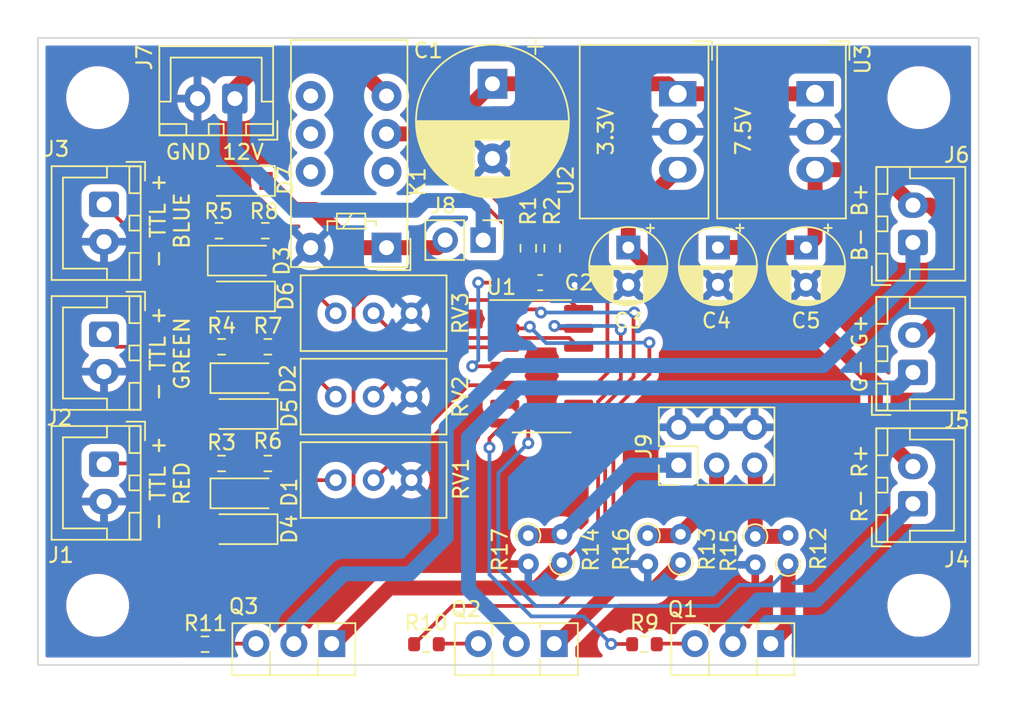
<source format=kicad_pcb>
(kicad_pcb (version 20211014) (generator pcbnew)
  (layers (0 "F.Cu" signal) (31 "B.Cu" signal) (34 "B.Paste" user) (35 "F.Paste" user) (36 "B.SilkS" user "B.Silkscreen") (37 "F.SilkS" user "F.Silkscreen") (38 "B.Mask" user) (39 "F.Mask" user) (44 "Edge.Cuts" user))
  (net 0 "")
  (net 1 "+12V")
  (net 2 "GND")
  (net 3 "+3V3")
  (net 4 "+7.5V")
  (net 5 "Net-(D1-Pad1)")
  (net 6 "Net-(D1-Pad2)")
  (net 7 "Net-(D2-Pad1)")
  (net 8 "Net-(D2-Pad2)")
  (net 9 "Net-(D3-Pad1)")
  (net 10 "Net-(D3-Pad2)")
  (net 11 "Net-(J2-Pad1)")
  (net 12 "Net-(J3-Pad1)")
  (net 13 "Net-(J4-Pad1)")
  (net 14 "Net-(Q1-Pad1)")
  (net 15 "Net-(Q1-Pad3)")
  (net 16 "Net-(Q2-Pad1)")
  (net 17 "Net-(Q2-Pad3)")
  (net 18 "Net-(Q3-Pad1)")
  (net 19 "Net-(Q3-Pad3)")
  (net 20 "Net-(R1-Pad1)")
  (net 21 "Net-(R6-Pad1)")
  (net 22 "Net-(R7-Pad1)")
  (net 23 "Net-(R8-Pad1)")
  (net 24 "Net-(R9-Pad1)")
  (net 25 "Net-(R10-Pad1)")
  (net 26 "Net-(R11-Pad1)")
  (net 27 "Net-(RV1-Pad2)")
  (net 28 "Net-(RV2-Pad2)")
  (net 29 "Net-(RV3-Pad2)")
  (net 30 "Net-(U1-Pad8)")
  (net 31 "Net-(J5-Pad1)")
  (net 32 "Net-(J6-Pad1)")
  (net 33 "Net-(D7-Pad1)")
  (net 34 "Net-(J1-Pad1)")
  (net 39 "Net-(J7-Pad1)")
  (net 40 "Net-(J9-Pad1)")
  (net 41 "Net-(J9-Pad3)")
  (net 42 "Net-(R12-Pad2)")
  (footprint "Resistor_THT:R_Axial_DIN0204_L3.6mm_D1.6mm_P1.90mm_Vertical" (layer "F.Cu") (at 136.6 101 90)
    (fp_text reference "R13" (at 0.905 1.778 90) (layer "F.SilkS"))
    (fp_text value "SHUNT1")
    (pad "1" thru_hole circle locked (at 0 0 90) (size 1.4 1.4) (drill 0.7) (layers *.Cu *.Mask) (net 16 "Net-(Q2-Pad1)"))
    (pad "2" thru_hole oval locked (at 1.9 0 90) (size 1.4 1.4) (drill 0.7) (layers *.Cu *.Mask) (net 41 "Net-(J9-Pad3)"))
  )
  (footprint "Capacitor_THT:CP_Radial_D5.0mm_P2.50mm" (layer "F.Cu") (at 145 79.894888 -90)
    (fp_text reference "C5" (at 4.9 0 180) (layer "F.SilkS"))
    (fp_text value "10u")
    (pad "1" thru_hole rect locked (at 0 0 270) (size 1.6 1.6) (drill 0.8) (layers *.Cu *.Mask) (net 4 "+7.5V"))
    (pad "2" thru_hole circle locked (at 2.5 0 270) (size 1.6 1.6) (drill 0.8) (layers *.Cu *.Mask) (net 2 "GND"))
  )
  (footprint "Resistor_SMD:R_0603_1608Metric" (layer "F.Cu") (at 108.96 94.36 180)
    (fp_text reference "R6" (at 0 1.5) (layer "F.SilkS"))
    (fp_text value "0")
    (pad "1" smd roundrect locked (at -0.825 0 180) (size 0.8 0.95) (layers "F.Cu" "F.Paste" "F.Mask") (net 21 "Net-(R6-Pad1)"))
    (pad "2" smd roundrect locked (at 0.825 0 180) (size 0.8 0.95) (layers "F.Cu" "F.Paste" "F.Mask") (net 6 "Net-(D1-Pad2)"))
  )
  (footprint "Capacitor_THT:CP_Radial_D5.0mm_P2.50mm" (layer "F.Cu") (at 133.1 79.894888 -90)
    (fp_text reference "C3" (at 4.905112 0 180) (layer "F.SilkS"))
    (fp_text value "10u")
    (pad "1" thru_hole rect locked (at 0 0 270) (size 1.6 1.6) (drill 0.8) (layers *.Cu *.Mask) (net 3 "+3V3"))
    (pad "2" thru_hole circle locked (at 2.5 0 270) (size 1.6 1.6) (drill 0.8) (layers *.Cu *.Mask) (net 2 "GND"))
  )
  (footprint "Package_TO_SOT_THT:TO-126-3_Vertical" (layer "F.Cu") (at 113.24 106.425 180)
    (fp_text reference "Q3" (at 5.9 2.5 180) (layer "F.SilkS"))
    (fp_text value "BD139")
    (pad "1" thru_hole rect locked (at 0 0 180) (size 1.8 1.8) (drill 1) (layers *.Cu *.Mask) (net 18 "Net-(Q3-Pad1)"))
    (pad "2" thru_hole oval locked (at 2.54 0 180) (size 1.8 1.8) (drill 1) (layers *.Cu *.Mask) (net 32 "Net-(J6-Pad1)"))
    (pad "3" thru_hole oval locked (at 5.08 0 180) (size 1.8 1.8) (drill 1) (layers *.Cu *.Mask) (net 19 "Net-(Q3-Pad3)"))
  )
  (footprint "Resistor_SMD:R_0603_1608Metric" (layer "F.Cu") (at 105.86 94.36 180)
    (fp_text reference "R3" (at 0 1.4) (layer "F.SilkS"))
    (fp_text value "33k")
    (pad "1" smd roundrect locked (at -0.825 0 180) (size 0.8 0.95) (layers "F.Cu" "F.Paste" "F.Mask") (net 6 "Net-(D1-Pad2)"))
    (pad "2" smd roundrect locked (at 0.825 0 180) (size 0.8 0.95) (layers "F.Cu" "F.Paste" "F.Mask") (net 34 "Net-(J1-Pad1)"))
  )
  (footprint "Converter_DCDC:Converter_DCDC_RECOM_R-78B-2.0_THT" (layer "F.Cu") (at 136.4075 69.6025 -90)
    (fp_text reference "U2" (at 5.7995 7.4855 90) (layer "F.SilkS"))
    (fp_text value "R-78B3.3-2.0")
    (pad "1" thru_hole rect locked (at 0 0 270) (size 1.7 2.5) (drill 1.2) (layers *.Cu *.Mask) (net 1 "+12V"))
    (pad "2" thru_hole oval locked (at 2.54 0 270) (size 1.7 2.5) (drill 1.2) (layers *.Cu *.Mask) (net 2 "GND"))
    (pad "3" thru_hole oval locked (at 5.08 0 270) (size 1.7 2.5) (drill 1.2) (layers *.Cu *.Mask) (net 3 "+3V3"))
  )
  (footprint "Connector_JST:JST_XH_B2B-XH-A_1x02_P2.50mm_Vertical" (layer "F.Cu") (at 97.985 85.71 -90)
    (fp_text reference "J2" (at 5.59 2.985) (layer "F.SilkS"))
    (fp_text value "Conn_01x02")
    (pad "1" thru_hole roundrect locked (at 0 0 270) (size 1.7 2) (drill 1) (layers *.Cu *.Mask) (roundrect_rratio 0.1470588235) (net 11 "Net-(J2-Pad1)"))
    (pad "2" thru_hole oval locked (at 2.5 0 270) (size 1.7 2) (drill 1) (layers *.Cu *.Mask) (net 2 "GND"))
  )
  (footprint "Resistor_THT:R_Axial_DIN0204_L3.6mm_D1.6mm_P1.90mm_Vertical" (layer "F.Cu") (at 143.8 101.078 90)
    (fp_text reference "R12" (at 1.016 2.032 90) (layer "F.SilkS"))
    (fp_text value "SHUNT1")
    (pad "1" thru_hole circle locked (at 0 0 90) (size 1.4 1.4) (drill 0.7) (layers *.Cu *.Mask) (net 14 "Net-(Q1-Pad1)"))
    (pad "2" thru_hole oval locked (at 1.9 0 90) (size 1.4 1.4) (drill 0.7) (layers *.Cu *.Mask) (net 42 "Net-(R12-Pad2)"))
  )
  (footprint "Connector_JST:JST_XH_B2B-XH-A_1x02_P2.50mm_Vertical" (layer "F.Cu") (at 152.16 88.26 90)
    (fp_text reference "J5" (at -3.24 2.94 180) (layer "F.SilkS"))
    (fp_text value "Conn_01x02")
    (pad "1" thru_hole roundrect locked (at 0 0 90) (size 1.7 2) (drill 1) (layers *.Cu *.Mask) (roundrect_rratio 0.1470588235) (net 31 "Net-(J5-Pad1)"))
    (pad "2" thru_hole oval locked (at 2.5 0 90) (size 1.7 2) (drill 1) (layers *.Cu *.Mask) (net 4 "+7.5V"))
  )
  (footprint "Connector_JST:JST_XH_B2B-XH-A_1x02_P2.50mm_Vertical" (layer "F.Cu") (at 97.985 77.01 -90)
    (fp_text reference "J3" (at -3.71 3.185) (layer "F.SilkS"))
    (fp_text value "Conn_01x02")
    (pad "1" thru_hole roundrect locked (at 0 0 270) (size 1.7 2) (drill 1) (layers *.Cu *.Mask) (roundrect_rratio 0.1470588235) (net 12 "Net-(J3-Pad1)"))
    (pad "2" thru_hole oval locked (at 2.5 0 270) (size 1.7 2) (drill 1) (layers *.Cu *.Mask) (net 2 "GND"))
  )
  (footprint "Resistor_SMD:R_0603_1608Metric" (layer "F.Cu") (at 128 79.95 90)
    (fp_text reference "R2" (at 2.5 0 90) (layer "F.SilkS"))
    (fp_text value "10k")
    (pad "1" smd roundrect locked (at -0.825 0 90) (size 0.8 0.95) (layers "F.Cu" "F.Paste" "F.Mask") (net 2 "GND"))
    (pad "2" smd roundrect locked (at 0.825 0 90) (size 0.8 0.95) (layers "F.Cu" "F.Paste" "F.Mask") (net 20 "Net-(R1-Pad1)"))
  )
  (footprint "Connector_PinHeader_2.54mm:PinHeader_2x03_P2.54mm_Vertical" (layer "F.Cu") (at 136.475 94.475 90)
    (fp_text reference "J9" (at 1.27 -2.33 90) (layer "F.SilkS"))
    (fp_text value "Conn_02x03_Odd_Even")
    (pad "1" thru_hole rect (at 0 0 90) (size 1.7 1.7) (drill 1) (layers *.Cu *.Mask) (net 40 "Net-(J9-Pad1)"))
    (pad "2" thru_hole oval (at 2.54 0 90) (size 1.7 1.7) (drill 1) (layers *.Cu *.Mask) (net 2 "GND"))
    (pad "3" thru_hole oval (at 0 2.54 90) (size 1.7 1.7) (drill 1) (layers *.Cu *.Mask) (net 41 "Net-(J9-Pad3)"))
    (pad "4" thru_hole oval (at 2.54 2.54 90) (size 1.7 1.7) (drill 1) (layers *.Cu *.Mask) (net 2 "GND"))
    (pad "5" thru_hole oval (at 0 5.08 90) (size 1.7 1.7) (drill 1) (layers *.Cu *.Mask) (net 42 "Net-(R12-Pad2)"))
    (pad "6" thru_hole oval (at 2.54 5.08 90) (size 1.7 1.7) (drill 1) (layers *.Cu *.Mask) (net 2 "GND"))
  )
  (footprint "Diode_SMD:D_SOD-123" (layer "F.Cu") (at 107.188 83.172 180)
    (fp_text reference "D6" (at -2.962 0.022 90) (layer "F.SilkS"))
    (fp_text value "1N4148W")
    (pad "1" smd rect locked (at -1.65 0 180) (size 0.9 1.2) (layers "F.Cu" "F.Paste" "F.Mask") (net 2 "GND"))
    (pad "2" smd rect locked (at 1.65 0 180) (size 0.9 1.2) (layers "F.Cu" "F.Paste" "F.Mask") (net 9 "Net-(D3-Pad1)"))
  )
  (footprint "Relay_THT:Relay_DPDT_Omron_G6S-2" (layer "F.Cu") (at 116.9075 79.9075 180)
    (fp_text reference "K1" (at -2.0925 4.4075 90) (layer "F.SilkS"))
    (fp_text value "G6S-2")
    (pad "1" thru_hole rect (at 0 0 180) (size 2 2) (drill 1) (layers *.Cu *.Mask) (net 33 "Net-(D7-Pad1)"))
    (pad "3" thru_hole circle (at 0 5.08 180) (size 2 2) (drill 1) (layers *.Cu *.Mask))
    (pad "4" thru_hole circle (at 0 7.62 90) (size 2 2) (drill 1) (layers *.Cu *.Mask) (net 1 "+12V"))
    (pad "5" thru_hole circle (at 0 10.16 180) (size 2 2) (drill 1) (layers *.Cu *.Mask) (net 39 "Net-(J7-Pad1)"))
    (pad "8" thru_hole circle (at 5.08 10.16 180) (size 2 2) (drill 1) (layers *.Cu *.Mask))
    (pad "9" thru_hole circle (at 5.08 7.62 90) (size 2 2) (drill 1) (layers *.Cu *.Mask))
    (pad "10" thru_hole circle (at 5.08 5.08 180) (size 2 2) (drill 1) (layers *.Cu *.Mask))
    (pad "12" thru_hole circle (at 5.08 0 180) (size 2 2) (drill 1) (layers *.Cu *.Mask) (net 2 "GND"))
  )
  (footprint "Connector_PinHeader_2.54mm:PinHeader_1x02_P2.54mm_Vertical" (layer "F.Cu") (at 123.375 79.4 -90)
    (fp_text reference "J8" (at -2.3 2.675) (layer "F.SilkS"))
    (fp_text value "Conn_01x02")
    (pad "1" thru_hole rect (at 0 0 270) (size 1.7 1.7) (drill 1) (layers *.Cu *.Mask) (net 39 "Net-(J7-Pad1)"))
    (pad "2" thru_hole oval (at 0 2.54 270) (size 1.7 1.7) (drill 1) (layers *.Cu *.Mask) (net 33 "Net-(D7-Pad1)"))
  )
  (footprint "Resistor_SMD:R_0603_1608Metric" (layer "F.Cu") (at 126.4 79.95 -90)
    (fp_text reference "R1" (at -2.5 0 -270) (layer "F.SilkS"))
    (fp_text value "10k")
    (pad "1" smd roundrect locked (at -0.825 0 270) (size 0.8 0.95) (layers "F.Cu" "F.Paste" "F.Mask") (net 20 "Net-(R1-Pad1)"))
    (pad "2" smd roundrect locked (at 0.825 0 270) (size 0.8 0.95) (layers "F.Cu" "F.Paste" "F.Mask") (net 1 "+12V"))
  )
  (footprint "Potentiometer_THT:Potentiometer_Bourns_3296W_Vertical" (layer "F.Cu") (at 113.5 95.476 180)
    (fp_text reference "RV1" (at -8.4 0.076 90) (layer "F.SilkS"))
    (fp_text value "10k")
    (pad "1" thru_hole circle locked (at 0 0 180) (size 1.44 1.44) (drill 0.8) (layers *.Cu *.Mask) (net 21 "Net-(R6-Pad1)"))
    (pad "2" thru_hole circle locked (at -2.54 0 180) (size 1.44 1.44) (drill 0.8) (layers *.Cu *.Mask) (net 27 "Net-(RV1-Pad2)"))
    (pad "3" thru_hole circle locked (at -5.08 0 180) (size 1.44 1.44) (drill 0.8) (layers *.Cu *.Mask) (net 2 "GND"))
  )
  (footprint "Converter_DCDC:Converter_DCDC_RECOM_R-78B-2.0_THT" (layer "F.Cu") (at 145.6075 69.6025 -90)
    (fp_text reference "U3" (at -2.3025 -3.1925 90) (layer "F.SilkS"))
    (fp_text value "R-78B7.2-2.0")
    (pad "1" thru_hole rect locked (at 0 0 270) (size 1.7 2.5) (drill 1.2) (layers *.Cu *.Mask) (net 1 "+12V"))
    (pad "2" thru_hole oval locked (at 2.54 0 270) (size 1.7 2.5) (drill 1.2) (layers *.Cu *.Mask) (net 2 "GND"))
    (pad "3" thru_hole oval locked (at 5.08 0 270) (size 1.7 2.5) (drill 1.2) (layers *.Cu *.Mask) (net 4 "+7.5V"))
  )
  (footprint "Resistor_SMD:R_0603_1608Metric" (layer "F.Cu") (at 108.96 86.546 180)
    (fp_text reference "R7" (at 0 1.4) (layer "F.SilkS"))
    (fp_text value "0")
    (pad "1" smd roundrect locked (at -0.825 0 180) (size 0.8 0.95) (layers "F.Cu" "F.Paste" "F.Mask") (net 22 "Net-(R7-Pad1)"))
    (pad "2" smd roundrect locked (at 0.825 0 180) (size 0.8 0.95) (layers "F.Cu" "F.Paste" "F.Mask") (net 8 "Net-(D2-Pad2)"))
  )
  (footprint "Resistor_SMD:R_0603_1608Metric" (layer "F.Cu") (at 108.788 78.772 180)
    (fp_text reference "R8" (at 0.076 1.302 180) (layer "F.SilkS"))
    (fp_text value "0")
    (pad "1" smd roundrect locked (at -0.825 0 180) (size 0.8 0.95) (layers "F.Cu" "F.Paste" "F.Mask") (net 23 "Net-(R8-Pad1)"))
    (pad "2" smd roundrect locked (at 0.825 0 180) (size 0.8 0.95) (layers "F.Cu" "F.Paste" "F.Mask") (net 10 "Net-(D3-Pad2)"))
  )
  (footprint "Resistor_THT:R_Axial_DIN0204_L3.6mm_D1.6mm_P1.90mm_Vertical" (layer "F.Cu") (at 134.4 99.195 -90)
    (fp_text reference "R16" (at 0.905 1.778 90) (layer "F.SilkS"))
    (fp_text value "SHUNT2")
    (pad "1" thru_hole circle (at 0 0 270) (size 1.4 1.4) (drill 0.7) (layers *.Cu *.Mask) (net 41 "Net-(J9-Pad3)"))
    (pad "2" thru_hole oval (at 1.9 0 270) (size 1.4 1.4) (drill 0.7) (layers *.Cu *.Mask) (net 2 "GND"))
  )
  (footprint "MountingHole:MountingHole_3.2mm_M3" (layer "F.Cu") (at 97.56 69.86)
    (fp_text reference "H4" (at -0.15 -0.1) (layer "F.SilkS"))
    (fp_text value "MountingHole")
    (pad "" np_thru_hole circle locked (at 0 0) (size 3.2 3.2) (drill 3.2) (layers *.Cu *.Mask))
  )
  (footprint "Resistor_THT:R_Axial_DIN0204_L3.6mm_D1.6mm_P1.90mm_Vertical" (layer "F.Cu") (at 128.65 101 90)
    (fp_text reference "R14" (at 0.85 1.95 270) (layer "F.SilkS"))
    (fp_text value "SHUNT1")
    (pad "1" thru_hole circle locked (at 0 0 90) (size 1.4 1.4) (drill 0.7) (layers *.Cu *.Mask) (net 18 "Net-(Q3-Pad1)"))
    (pad "2" thru_hole oval locked (at 1.9 0 90) (size 1.4 1.4) (drill 0.7) (layers *.Cu *.Mask) (net 40 "Net-(J9-Pad1)"))
  )
  (footprint "MountingHole:MountingHole_3.2mm_M3" (layer "F.Cu") (at 97.56 103.86)
    (fp_text reference "H2" (at 0 0.125) (layer "F.SilkS"))
    (fp_text value "MountingHole")
    (pad "" np_thru_hole circle locked (at 0 0) (size 3.2 3.2) (drill 3.2) (layers *.Cu *.Mask))
  )
  (footprint "Resistor_SMD:R_0603_1608Metric" (layer "F.Cu") (at 134.18 106.465)
    (fp_text reference "R9" (at 0 -1.43) (layer "F.SilkS"))
    (fp_text value "100")
    (pad "1" smd roundrect locked (at -0.825 0) (size 0.8 0.95) (layers "F.Cu" "F.Paste" "F.Mask") (net 24 "Net-(R9-Pad1)"))
    (pad "2" smd roundrect locked (at 0.825 0) (size 0.8 0.95) (layers "F.Cu" "F.Paste" "F.Mask") (net 15 "Net-(Q1-Pad3)"))
  )
  (footprint "Resistor_SMD:R_0603_1608Metric" (layer "F.Cu") (at 119.58 106.465)
    (fp_text reference "R10" (at 0 -1.43) (layer "F.SilkS"))
    (fp_text value "100")
    (pad "1" smd roundrect locked (at -0.825 0) (size 0.8 0.95) (layers "F.Cu" "F.Paste" "F.Mask") (net 25 "Net-(R10-Pad1)"))
    (pad "2" smd roundrect locked (at 0.825 0) (size 0.8 0.95) (layers "F.Cu" "F.Paste" "F.Mask") (net 17 "Net-(Q2-Pad3)"))
  )
  (footprint "Diode_SMD:D_SOD-123" (layer "F.Cu") (at 107.188 80.772)
    (fp_text reference "D3" (at 2.712 0.028 90) (layer "F.SilkS"))
    (fp_text value "1N4148W")
    (pad "1" smd rect locked (at -1.65 0) (size 0.9 1.2) (layers "F.Cu" "F.Paste" "F.Mask") (net 9 "Net-(D3-Pad1)"))
    (pad "2" smd rect locked (at 1.65 0) (size 0.9 1.2) (layers "F.Cu" "F.Paste" "F.Mask") (net 10 "Net-(D3-Pad2)"))
  )
  (footprint "Capacitor_THT:CP_Radial_D10.0mm_P5.00mm" (layer "F.Cu") (at 124 68.932323 -90)
    (fp_text reference "C1" (at -2.232323 4.3 180) (layer "F.SilkS"))
    (fp_text value "220u")
    (pad "1" thru_hole rect locked (at 0 0 270) (size 2 2) (drill 1) (layers *.Cu *.Mask) (net 1 "+12V"))
    (pad "2" thru_hole circle locked (at 5 0 270) (size 2 2) (drill 1) (layers *.Cu *.Mask) (net 2 "GND"))
  )
  (footprint "Diode_SMD:D_SOD-123" (layer "F.Cu") (at 107.36 91.046 180)
    (fp_text reference "D5" (at -3.04 0.046 90) (layer "F.SilkS"))
    (fp_text value "1N4148W")
    (pad "1" smd rect locked (at -1.65 0 180) (size 0.9 1.2) (layers "F.Cu" "F.Paste" "F.Mask") (net 2 "GND"))
    (pad "2" smd rect locked (at 1.65 0 180) (size 0.9 1.2) (layers "F.Cu" "F.Paste" "F.Mask") (net 7 "Net-(D2-Pad1)"))
  )
  (footprint "Diode_SMD:D_SOD-123" (layer "F.Cu") (at 107.188 75.438 180)
    (fp_text reference "D7" (at -2.962 0.038 90) (layer "F.SilkS"))
    (fp_text value "1N4148W")
    (pad "1" smd rect (at -1.65 0 180) (size 0.9 1.2) (layers "F.Cu" "F.Paste" "F.Mask") (net 33 "Net-(D7-Pad1)"))
    (pad "2" smd rect (at 1.65 0 180) (size 0.9 1.2) (layers "F.Cu" "F.Paste" "F.Mask") (net 2 "GND"))
  )
  (footprint "Potentiometer_THT:Potentiometer_Bourns_3296W_Vertical" (layer "F.Cu") (at 113.5 84.3 180)
    (fp_text reference "RV3" (at -8.354 0 90) (layer "F.SilkS"))
    (fp_text value "10k")
    (pad "1" thru_hole circle locked (at 0 0 180) (size 1.44 1.44) (drill 0.8) (layers *.Cu *.Mask) (net 23 "Net-(R8-Pad1)"))
    (pad "2" thru_hole circle locked (at -2.54 0 180) (size 1.44 1.44) (drill 0.8) (layers *.Cu *.Mask) (net 29 "Net-(RV3-Pad2)"))
    (pad "3" thru_hole circle locked (at -5.08 0 180) (size 1.44 1.44) (drill 0.8) (layers *.Cu *.Mask) (net 2 "GND"))
  )
  (footprint "Diode_SMD:D_SOD-123" (layer "F.Cu") (at 107.36 88.646)
    (fp_text reference "D2" (at 2.94 0.054 90) (layer "F.SilkS"))
    (fp_text value "1N4148W")
    (pad "1" smd rect locked (at -1.65 0) (size 0.9 1.2) (layers "F.Cu" "F.Paste" "F.Mask") (net 7 "Net-(D2-Pad1)"))
    (pad "2" smd rect locked (at 1.65 0) (size 0.9 1.2) (layers "F.Cu" "F.Paste" "F.Mask") (net 8 "Net-(D2-Pad2)"))
  )
  (footprint "Resistor_SMD:R_0603_1608Metric" (layer "F.Cu") (at 105.688 78.772 180)
    (fp_text reference "R5" (at 0.024 1.302 180) (layer "F.SilkS"))
    (fp_text value "33k")
    (pad "1" smd roundrect locked (at -0.825 0 180) (size 0.8 0.95) (layers "F.Cu" "F.Paste" "F.Mask") (net 10 "Net-(D3-Pad2)"))
    (pad "2" smd roundrect locked (at 0.825 0 180) (size 0.8 0.95) (layers "F.Cu" "F.Paste" "F.Mask") (net 12 "Net-(J3-Pad1)"))
  )
  (footprint "MountingHole:MountingHole_3.2mm_M3" (layer "F.Cu") (at 152.56 69.86)
    (fp_text reference "H3" (at -0.025 0.05) (layer "F.SilkS"))
    (fp_text value "MountingHole")
    (pad "" np_thru_hole circle locked (at 0 0) (size 3.2 3.2) (drill 3.2) (layers *.Cu *.Mask))
  )
  (footprint "Package_SO:SOIC-14_3.9x8.7mm_P1.27mm" (layer "F.Cu") (at 127.3 87.85)
    (fp_text reference "U1" (at -2.7 -5.3) (layer "F.SilkS"))
    (fp_text value "LM324")
    (pad "1" smd roundrect locked (at -2.475 -3.81) (size 1.95 0.6) (layers "F.Cu" "F.Paste" "F.Mask") (net 25 "Net-(R10-Pad1)"))
    (pad "2" smd roundrect locked (at -2.475 -2.54) (size 1.95 0.6) (layers "F.Cu" "F.Paste" "F.Mask") (net 16 "Net-(Q2-Pad1)"))
    (pad "3" smd roundrect locked (at -2.475 -1.27) (size 1.95 0.6) (layers "F.Cu" "F.Paste" "F.Mask") (net 28 "Net-(RV2-Pad2)"))
    (pad "4" smd roundrect locked (at -2.475 0) (size 1.95 0.6) (layers "F.Cu" "F.Paste" "F.Mask") (net 1 "+12V"))
    (pad "5" smd roundrect locked (at -2.475 1.27) (size 1.95 0.6) (layers "F.Cu" "F.Paste" "F.Mask") (net 27 "Net-(RV1-Pad2)"))
    (pad "6" smd roundrect locked (at -2.475 2.54) (size 1.95 0.6) (layers "F.Cu" "F.Paste" "F.Mask") (net 14 "Net-(Q1-Pad1)"))
    (pad "7" smd roundrect locked (at -2.475 3.81) (size 1.95 0.6) (layers "F.Cu" "F.Paste" "F.Mask") (net 24 "Net-(R9-Pad1)"))
    (pad "8" smd roundrect locked (at 2.475 3.81) (size 1.95 0.6) (layers "F.Cu" "F.Paste" "F.Mask") (net 30 "Net-(U1-Pad8)"))
    (pad "9" smd roundrect locked (at 2.475 2.54) (size 1.95 0.6) (layers "F.Cu" "F.Paste" "F.Mask") (net 30 "Net-(U1-Pad8)"))
    (pad "10" smd roundrect locked (at 2.475 1.27) (size 1.95 0.6) (layers "F.Cu" "F.Paste" "F.Mask") (net 20 "Net-(R1-Pad1)"))
    (pad "11" smd roundrect locked (at 2.475 0) (size 1.95 0.6) (layers "F.Cu" "F.Paste" "F.Mask") (net 2 "GND"))
    (pad "12" smd roundrect locked (at 2.475 -1.27) (size 1.95 0.6) (layers "F.Cu" "F.Paste" "F.Mask") (net 29 "Net-(RV3-Pad2)"))
    (pad "13" smd roundrect locked (at 2.475 -2.54) (size 1.95 0.6) (layers "F.Cu" "F.Paste" "F.Mask") (net 18 "Net-(Q3-Pad1)"))
    (pad "14" smd roundrect locked (at 2.475 -3.81) (size 1.95 0.6) (layers "F.Cu" "F.Paste" "F.Mask") (net 26 "Net-(R11-Pad1)"))
  )
  (footprint "Resistor_SMD:R_0603_1608Metric" (layer "F.Cu") (at 105.86 86.546 180)
    (fp_text reference "R4" (at 0 1.4) (layer "F.SilkS"))
    (fp_text value "33k")
    (pad "1" smd roundrect locked (at -0.825 0 180) (size 0.8 0.95) (layers "F.Cu" "F.Paste" "F.Mask") (net 8 "Net-(D2-Pad2)"))
    (pad "2" smd roundrect locked (at 0.825 0 180) (size 0.8 0.95) (layers "F.Cu" "F.Paste" "F.Mask") (net 11 "Net-(J2-Pad1)"))
  )
  (footprint "MountingHole:MountingHole_3.2mm_M3" (layer "F.Cu") (at 152.56 103.86)
    (fp_text reference "H1" (at 0.125 -0.25) (layer "F.SilkS"))
    (fp_text value "MountingHole")
    (pad "" np_thru_hole circle locked (at 0 0) (size 3.2 3.2) (drill 3.2) (layers *.Cu *.Mask))
  )
  (footprint "Connector_JST:JST_XH_B2B-XH-A_1x02_P2.50mm_Vertical" (layer "F.Cu") (at 152.16 79.56 90)
    (fp_text reference "J6" (at 5.86 2.94 180) (layer "F.SilkS"))
    (fp_text value "Conn_01x02")
    (pad "1" thru_hole roundrect locked (at 0 0 90) (size 1.7 2) (drill 1) (layers *.Cu *.Mask) (roundrect_rratio 0.1470588235) (net 32 "Net-(J6-Pad1)"))
    (pad "2" thru_hole oval locked (at 2.5 0 90) (size 1.7 2) (drill 1) (layers *.Cu *.Mask) (net 4 "+7.5V"))
  )
  (footprint "Connector_JST:JST_XH_B2B-XH-A_1x02_P2.50mm_Vertical" (layer "F.Cu") (at 97.985 94.41 -90)
    (fp_text reference "J1" (at 6.09 2.885 180) (layer "F.SilkS"))
    (fp_text value "Conn_01x02")
    (pad "1" thru_hole roundrect locked (at 0 0 270) (size 1.7 2) (drill 1) (layers *.Cu *.Mask) (roundrect_rratio 0.1470588235) (net 34 "Net-(J1-Pad1)"))
    (pad "2" thru_hole oval locked (at 2.5 0 270) (size 1.7 2) (drill 1) (layers *.Cu *.Mask) (net 2 "GND"))
  )
  (footprint "Package_TO_SOT_THT:TO-126-3_Vertical" (layer "F.Cu") (at 142.64 106.425 180)
    (fp_text reference "Q1" (at 5.9 2.3 180) (layer "F.SilkS"))
    (fp_text value "BD139")
    (pad "1" thru_hole rect locked (at 0 0 180) (size 1.8 1.8) (drill 1) (layers *.Cu *.Mask) (net 14 "Net-(Q1-Pad1)"))
    (pad "2" thru_hole oval locked (at 2.54 0 180) (size 1.8 1.8) (drill 1) (layers *.Cu *.Mask) (net 13 "Net-(J4-Pad1)"))
    (pad "3" thru_hole oval locked (at 5.08 0 180) (size 1.8 1.8) (drill 1) (layers *.Cu *.Mask) (net 15 "Net-(Q1-Pad3)"))
  )
  (footprint "Potentiometer_THT:Potentiometer_Bourns_3296W_Vertical" (layer "F.Cu") (at 113.5 89.888 180)
    (fp_text reference "RV2" (at -8.354 -0.012 90) (layer "F.SilkS"))
    (fp_text value "10k")
    (pad "1" thru_hole circle locked (at 0 0 180) (size 1.44 1.44) (drill 0.8) (layers *.Cu *.Mask) (net 22 "Net-(R7-Pad1)"))
    (pad "2" thru_hole circle locked (at -2.54 0 180) (size 1.44 1.44) (drill 0.8) (layers *.Cu *.Mask) (net 28 "Net-(RV2-Pad2)"))
    (pad "3" thru_hole circle locked (at -5.08 0 180) (size 1.44 1.44) (drill 0.8) (layers *.Cu *.Mask) (net 2 "GND"))
  )
  (footprint "Capacitor_THT:CP_Radial_D5.0mm_P2.50mm" (layer "F.Cu") (at 139.1 79.894888 -90)
    (fp_text reference "C4" (at 4.9 0.1 180) (layer "F.SilkS"))
    (fp_text value "10u")
    (pad "1" thru_hole rect locked (at 0 0 270) (size 1.6 1.6) (drill 0.8) (layers *.Cu *.Mask) (net 4 "+7.5V"))
    (pad "2" thru_hole circle locked (at 2.5 0 270) (size 1.6 1.6) (drill 0.8) (layers *.Cu *.Mask) (net 2 "GND"))
  )
  (footprint "Resistor_THT:R_Axial_DIN0204_L3.6mm_D1.6mm_P1.90mm_Vertical" (layer "F.Cu") (at 126.4 99.195 -90)
    (fp_text reference "R17" (at 0.95 1.9 90) (layer "F.SilkS"))
    (fp_text value "SHUNT2")
    (pad "1" thru_hole circle (at 0 0 270) (size 1.4 1.4) (drill 0.7) (layers *.Cu *.Mask) (net 40 "Net-(J9-Pad1)"))
    (pad "2" thru_hole oval (at 1.9 0 270) (size 1.4 1.4) (drill 0.7) (layers *.Cu *.Mask) (net 2 "GND"))
  )
  (footprint "Resistor_THT:R_Axial_DIN0204_L3.6mm_D1.6mm_P1.90mm_Vertical" (layer "F.Cu") (at 141.6 99.245 -90)
    (fp_text reference "R15" (at 0.95 1.778 90) (layer "F.SilkS"))
    (fp_text value "SHUNT2")
    (pad "1" thru_hole circle (at 0 0 270) (size 1.4 1.4) (drill 0.7) (layers *.Cu *.Mask) (net 42 "Net-(R12-Pad2)"))
    (pad "2" thru_hole oval (at 1.9 0 270) (size 1.4 1.4) (drill 0.7) (layers *.Cu *.Mask) (net 2 "GND"))
  )
  (footprint "Package_TO_SOT_THT:TO-126-3_Vertical" (layer "F.Cu") (at 128.14 106.425 180)
    (fp_text reference "Q2" (at 5.9 2.3 180) (layer "F.SilkS"))
    (fp_text value "BD139")
    (pad "1" thru_hole rect locked (at 0 0 180) (size 1.8 1.8) (drill 1) (layers *.Cu *.Mask) (net 16 "Net-(Q2-Pad1)"))
    (pad "2" thru_hole oval locked (at 2.54 0 180) (size 1.8 1.8) (drill 1) (layers *.Cu *.Mask) (net 31 "Net-(J5-Pad1)"))
    (pad "3" thru_hole oval locked (at 5.08 0 180) (size 1.8 1.8) (drill 1) (layers *.Cu *.Mask) (net 17 "Net-(Q2-Pad3)"))
  )
  (footprint "Connector_JST:JST_XH_B2B-XH-A_1x02_P2.50mm_Vertical" (layer "F.Cu") (at 106.75 69.925 180)
    (fp_text reference "J7" (at 6.06 2.75 90) (layer "F.SilkS"))
    (fp_text value "Conn_01x02")
    (pad "1" thru_hole roundrect locked (at 0 0 180) (size 1.7 2) (drill 1) (layers *.Cu *.Mask) (roundrect_rratio 0.1470588235) (net 39 "Net-(J7-Pad1)"))
    (pad "2" thru_hole oval locked (at 2.5 0 180) (size 1.7 2) (drill 1) (layers *.Cu *.Mask) (net 2 "GND"))
  )
  (footprint "Diode_SMD:D_SOD-123" (layer "F.Cu") (at 107.36 98.76 180)
    (fp_text reference "D4" (at -3.04 0 90) (layer "F.SilkS"))
    (fp_text value "1N4148W")
    (pad "1" smd rect locked (at -1.65 0 180) (size 0.9 1.2) (layers "F.Cu" "F.Paste" "F.Mask") (net 2 "GND"))
    (pad "2" smd rect locked (at 1.65 0 180) (size 0.9 1.2) (layers "F.Cu" "F.Paste" "F.Mask") (net 5 "Net-(D1-Pad1)"))
  )
  (footprint "Capacitor_SMD:C_0603_1608Metric" (layer "F.Cu") (at 127.2 82.25)
    (fp_text reference "C2" (at 2.6 0) (layer "F.SilkS"))
    (fp_text value "100n")
    (pad "1" smd roundrect locked (at -0.775 0) (size 0.9 0.95) (layers "F.Cu" "F.Paste" "F.Mask") (net 1 "+12V"))
    (pad "2" smd roundrect locked (at 0.775 0) (size 0.9 0.95) (layers "F.Cu" "F.Paste" "F.Mask") (net 2 "GND"))
  )
  (footprint "Connector_JST:JST_XH_B2B-XH-A_1x02_P2.50mm_Vertical" (layer "F.Cu") (at 152.16 97.06 90)
    (fp_text reference "J4" (at -3.74 2.94 180) (layer "F.SilkS"))
    (fp_text value "Conn_01x02")
    (pad "1" thru_hole roundrect locked (at 0 0 90) (size 1.7 2) (drill 1) (layers *.Cu *.Mask) (roundrect_rratio 0.1470588235) (net 13 "Net-(J4-Pad1)"))
    (pad "2" thru_hole oval locked (at 2.5 0 90) (size 1.7 2) (drill 1) (layers *.Cu *.Mask) (net 3 "+3V3"))
  )
  (footprint "Resistor_SMD:R_0603_1608Metric" (layer "F.Cu") (at 104.755 106.465)
    (fp_text reference "R11" (at 0.025 -1.4) (layer "F.SilkS"))
    (fp_text value "100")
    (pad "1" smd roundrect locked (at -0.825 0) (size 0.8 0.95) (layers "F.Cu" "F.Paste" "F.Mask") (net 26 "Net-(R11-Pad1)"))
    (pad "2" smd roundrect locked (at 0.825 0) (size 0.8 0.95) (layers "F.Cu" "F.Paste" "F.Mask") (net 19 "Net-(Q3-Pad3)"))
  )
  (footprint "Diode_SMD:D_SOD-123" (layer "F.Cu") (at 107.36 96.36)
    (fp_text reference "D1" (at 3.04 -0.06 90) (layer "F.SilkS"))
    (fp_text value "1N4148W")
    (pad "1" smd rect locked (at -1.65 0) (size 0.9 1.2) (layers "F.Cu" "F.Paste" "F.Mask") (net 5 "Net-(D1-Pad1)"))
    (pad "2" smd rect locked (at 1.65 0) (size 0.9 1.2) (layers "F.Cu" "F.Paste" "F.Mask") (net 6 "Net-(D1-Pad2)"))
  )
  (gr_rect (start 93.56 65.86) (end 156.56 107.86) (layer "Edge.Cuts") (width 0.1) (fill none))
  (gr_text "- TTL +\nGREEN" (at 102.4 87 90) (layer "F.SilkS") (effects (font (size 1 1))))
  (gr_text "7.5V" (at 140.8 72.1 90) (layer "F.SilkS") (effects (font (size 1 1))))
  (gr_text "B- B+" (at 148.6 78.2 90) (layer "F.SilkS") (effects (font (size 1 1))))
  (gr_text "3.3V" (at 131.6 72.1 90) (layer "F.SilkS") (effects (font (size 1 1))))
  (gr_text "- TTL +\nBLUE" (at 102.4 78.1 90) (layer "F.SilkS") (effects (font (size 1 1))))
  (gr_text "GND 12V" (at 105.4 73.5) (layer "F.SilkS") (effects (font (size 1 1))))
  (gr_text "G- G+" (at 148.6 87 90) (layer "F.SilkS") (effects (font (size 1 1))))
  (gr_text "R- R+" (at 148.6 95.7 90) (layer "F.SilkS") (effects (font (size 1 1))))
  (gr_text "- TTL +\nRED" (at 102.4 95.7 90) (layer "F.SilkS") (effects (font (size 1 1))))
  (segment (start 126.425 82.25) (end 123.05 82.25) (width 0.25) (layer "F.Cu") (net 1))
  (segment (start 136.4075 69.6025) (end 145.6075 69.6025) (width 1) (layer "F.Cu") (net 1))
  (segment (start 116.9075 72.2875) (end 120.644823 72.2875) (width 1) (layer "F.Cu") (net 1))
  (segment (start 125.6 79.15) (end 120.644823 74.194823) (width 0.25) (layer "F.Cu") (net 1))
  (segment (start 124 68.932323) (end 135.737323 68.932323) (width 1) (layer "F.Cu") (net 1))
  (segment (start 135.737323 68.932323) (end 136.4075 69.6025) (width 1) (layer "F.Cu") (net 1))
  (segment (start 120.644823 74.194823) (end 120.644823 72.2875) (width 0.25) (layer "F.Cu") (net 1))
  (segment (start 125.6 79.975) (end 125.6 79.15) (width 0.25) (layer "F.Cu") (net 1))
  (segment (start 126.425 82.25) (end 126.425 80.8) (width 0.25) (layer "F.Cu") (net 1))
  (segment (start 126.425 80.8) (end 126.4 80.775) (width 0.25) (layer "F.Cu") (net 1))
  (segment (start 124.825 87.85) (end 122.65 87.85) (width 0.25) (layer "F.Cu") (net 1))
  (segment (start 120.644823 72.2875) (end 124 68.932323) (width 1) (layer "F.Cu") (net 1))
  (segment (start 126.4 80.775) (end 125.6 79.975) (width 0.25) (layer "F.Cu") (net 1))
  (via (at 123.05 82.25) (size 0.8) (drill 0.4) (layers "F.Cu" "B.Cu") (net 1))
  (via (at 122.65 87.85) (size 0.8) (drill 0.4) (layers "F.Cu" "B.Cu") (net 1))
  (segment (start 123.05 82.25) (end 123.05 87.45) (width 0.25) (layer "B.Cu") (net 1))
  (segment (start 123.05 87.45) (end 122.65 87.85) (width 0.25) (layer "B.Cu") (net 1))
  (via (at 129.5 82.4) (size 0.8) (drill 0.4) (layers "F.Cu" "B.Cu") (net 2))
  (segment (start 145.75 85.1) (end 149.65 89) (width 1) (layer "F.Cu") (net 3))
  (segment (start 133.144888 79.894888) (end 138.35 85.1) (width 1) (layer "F.Cu") (net 3))
  (segment (start 133.1 79.894888) (end 133.144888 79.894888) (width 1) (layer "F.Cu") (net 3))
  (segment (start 133.1 77.99) (end 136.4075 74.6825) (width 1) (layer "F.Cu") (net 3))
  (segment (start 133.1 79.894888) (end 133.1 77.99) (width 1) (layer "F.Cu") (net 3))
  (segment (start 149.65 89) (end 149.65 92.05) (width 1) (layer "F.Cu") (net 3))
  (segment (start 149.65 92.05) (end 152.16 94.56) (width 1) (layer "F.Cu") (net 3))
  (segment (start 138.35 85.1) (end 145.75 85.1) (width 1) (layer "F.Cu") (net 3))
  (segment (start 152.74 85.76) (end 152.16 85.76) (width 1) (layer "F.Cu") (net 4))
  (segment (start 154.5 84) (end 152.74 85.76) (width 1) (layer "F.Cu") (net 4))
  (segment (start 149.7825 74.6825) (end 152.16 77.06) (width 1) (layer "F.Cu") (net 4))
  (segment (start 145.6075 74.6825) (end 145.6075 79.287388) (width 1) (layer "F.Cu") (net 4))
  (segment (start 153.31 77.06) (end 154.5 78.25) (width 1) (layer "F.Cu") (net 4))
  (segment (start 145.6075 79.287388) (end 145 79.894888) (width 1) (layer "F.Cu") (net 4))
  (segment (start 139.1 79.894888) (end 145 79.894888) (width 1) (layer "F.Cu") (net 4))
  (segment (start 154.5 78.25) (end 154.5 84) (width 1) (layer "F.Cu") (net 4))
  (segment (start 152.16 77.06) (end 153.31 77.06) (width 1) (layer "F.Cu") (net 4))
  (segment (start 145.6075 74.6825) (end 149.7825 74.6825) (width 1) (layer "F.Cu") (net 4))
  (segment (start 105.71 96.36) (end 105.71 98.76) (width 0.25) (layer "F.Cu") (net 5))
  (segment (start 109.01 96.36) (end 109.01 95.235) (width 0.25) (layer "F.Cu") (net 6))
  (segment (start 108.135 94.36) (end 106.685 94.36) (width 0.25) (layer "F.Cu") (net 6))
  (segment (start 109.01 95.235) (end 108.135 94.36) (width 0.25) (layer "F.Cu") (net 6))
  (segment (start 105.71 88.646) (end 105.71 91.046) (width 0.25) (layer "F.Cu") (net 7))
  (segment (start 106.685 86.546) (end 108.135 86.546) (width 0.25) (layer "F.Cu") (net 8))
  (segment (start 108.135 86.546) (end 108.135 87.771) (width 0.25) (layer "F.Cu") (net 8))
  (segment (start 108.135 87.771) (end 109.01 88.646) (width 0.25) (layer "F.Cu") (net 8))
  (segment (start 105.538 80.772) (end 105.538 83.172) (width 0.25) (layer "F.Cu") (net 9))
  (segment (start 107.963 79.897) (end 108.838 80.772) (width 0.25) (layer "F.Cu") (net 10))
  (segment (start 106.513 78.772) (end 107.963 78.772) (width 0.25) (layer "F.Cu") (net 10))
  (segment (start 107.963 78.772) (end 107.963 79.897) (width 0.25) (layer "F.Cu") (net 10))
  (segment (start 98.821 86.546) (end 97.985 85.71) (width 0.25) (layer "F.Cu") (net 11))
  (segment (start 105.035 86.546) (end 98.821 86.546) (width 0.25) (layer "F.Cu") (net 11))
  (segment (start 104.863 78.772) (end 99.747 78.772) (width 0.25) (layer "F.Cu") (net 12))
  (segment (start 99.747 78.772) (end 97.985 77.01) (width 0.25) (layer "F.Cu") (net 12))
  (segment (start 140.1 106.425) (end 140.1 105.2) (width 1) (layer "B.Cu") (net 13))
  (segment (start 145.72 103.5) (end 152.16 97.06) (width 1) (layer "B.Cu") (net 13))
  (segment (start 141.8 103.5) (end 145.72 103.5) (width 1) (layer "B.Cu") (net 13))
  (segment (start 140.1 105.2) (end 141.8 103.5) (width 1) (layer "B.Cu") (net 13))
  (segment (start 126.4 93) (end 126.4 91.588249) (width 0.25) (layer "F.Cu") (net 14))
  (segment (start 143.8 101.078) (end 143.8 105.265) (width 1) (layer "F.Cu") (net 14))
  (segment (start 126.4 91.588249) (end 125.201751 90.39) (width 0.25) (layer "F.Cu") (net 14))
  (segment (start 125.201751 90.39) (end 124.825 90.39) (width 0.25) (layer "F.Cu") (net 14))
  (segment (start 143.8 105.265) (end 142.64 106.425) (width 1) (layer "F.Cu") (net 14))
  (via (at 126.4 93) (size 0.8) (drill 0.4) (layers "F.Cu" "B.Cu") (net 14))
  (segment (start 126.9 103.9) (end 139.1 103.9) (width 0.25) (layer "B.Cu") (net 14))
  (segment (start 143.8 101.439) (end 143.8 101.078) (width 0.25) (layer "B.Cu") (net 14))
  (segment (start 142.739 102.5) (end 143.8 101.439) (width 0.25) (layer "B.Cu") (net 14))
  (segment (start 140.5 102.5) (end 142.739 102.5) (width 0.25) (layer "B.Cu") (net 14))
  (segment (start 124.4 95) (end 124.4 101.4) (width 0.25) (layer "B.Cu") (net 14))
  (segment (start 126.4 93) (end 124.4 95) (width 0.25) (layer "B.Cu") (net 14))
  (segment (start 124.4 101.4) (end 126.9 103.9) (width 0.25) (layer "B.Cu") (net 14))
  (segment (start 139.1 103.9) (end 140.5 102.5) (width 0.25) (layer "B.Cu") (net 14))
  (segment (start 135.045 106.425) (end 135.005 106.465) (width 0.25) (layer "F.Cu") (net 15))
  (segment (start 137.56 106.425) (end 135.045 106.425) (width 0.25) (layer "F.Cu") (net 15))
  (segment (start 132.85 102.75) (end 132 102.75) (width 1) (layer "F.Cu") (net 16))
  (segment (start 132.4 102.75) (end 132.1 102.45) (width 0.25) (layer "F.Cu") (net 16))
  (segment (start 124.825 85.31) (end 126.39 85.31) (width 0.25) (layer "F.Cu") (net 16))
  (segment (start 132.1 102.45) (end 132.1 90.8) (width 0.25) (layer "F.Cu") (net 16))
  (segment (start 132 102.75) (end 128.325 106.425) (width 1) (layer "F.Cu") (net 16))
  (segment (start 126.39 85.31) (end 126.5 85.2) (width 0.25) (layer "F.Cu") (net 16))
  (segment (start 132.85 102.75) (end 132.4 102.75) (width 0.25) (layer "F.Cu") (net 16))
  (segment (start 134.509206 88.390794) (end 134.509206 86.264576) (width 0.25) (layer "F.Cu") (net 16))
  (segment (start 128.325 106.425) (end 128.14 106.425) (width 1) (layer "F.Cu") (net 16))
  (segment (start 134.85 102.75) (end 136.6 101) (width 1) (layer "F.Cu") (net 16))
  (segment (start 132.85 102.75) (end 134.85 102.75) (width 1) (layer "F.Cu") (net 16))
  (segment (start 132.1 90.8) (end 134.509206 88.390794) (width 0.25) (layer "F.Cu") (net 16))
  (via (at 126.5 85.2) (size 0.8) (drill 0.4) (layers "F.Cu" "B.Cu") (net 16))
  (via (at 134.509206 86.264576) (size 0.8) (drill 0.4) (layers "F.Cu" "B.Cu") (net 16))
  (segment (start 126.5 85.2) (end 127.6 86.3) (width 0.25) (layer "B.Cu") (net 16))
  (segment (start 127.6 86.3) (end 134.509206 86.264576) (width 0.25) (layer "B.Cu") (net 16))
  (segment (start 120.445 106.425) (end 120.405 106.465) (width 0.25) (layer "F.Cu") (net 17))
  (segment (start 123.06 106.425) (end 120.445 106.425) (width 0.25) (layer "F.Cu") (net 17))
  (segment (start 132.6 85.4) (end 132.6 88.7) (width 0.25) (layer "F.Cu") (net 18))
  (segment (start 128.31 85.31) (end 128.15 85.15) (width 0.25) (layer "F.Cu") (net 18))
  (segment (start 113.24 106.425) (end 113.375 106.425) (width 1) (layer "F.Cu") (net 18))
  (segment (start 132.6 88.7) (end 131.075 90.225) (width 0.25) (layer "F.Cu") (net 18))
  (segment (start 131.075 98.575) (end 128.65 101) (width 0.25) (layer "F.Cu") (net 18))
  (segment (start 126.95 102.7) (end 128.65 101) (width 1) (layer "F.Cu") (net 18))
  (segment (start 117.1 102.7) (end 126.95 102.7) (width 1) (layer "F.Cu") (net 18))
  (segment (start 131.075 90.225) (end 131.075 98.575) (width 0.25) (layer "F.Cu") (net 18))
  (segment (start 113.375 106.425) (end 117.1 102.7) (width 1) (layer "F.Cu") (net 18))
  (segment (start 129.775 85.31) (end 128.31 85.31) (width 0.25) (layer "F.Cu") (net 18))
  (via (at 128.15 85.15) (size 0.8) (drill 0.4) (layers "F.Cu" "B.Cu") (net 18))
  (via (at 132.6 85.4) (size 0.8) (drill 0.4) (layers "F.Cu" "B.Cu") (net 18))
  (segment (start 132.35 85.15) (end 132.6 85.4) (width 0.25) (layer "B.Cu") (net 18))
  (segment (start 128.15 85.15) (end 132.35 85.15) (width 0.25) (layer "B.Cu") (net 18))
  (segment (start 105.62 106.425) (end 108.16 106.425) (width 0.25) (layer "F.Cu") (net 19))
  (segment (start 105.58 106.465) (end 105.62 106.425) (width 0.25) (layer "F.Cu") (net 19))
  (segment (start 131.7 88.3) (end 130.88 89.12) (width 0.25) (layer "F.Cu") (net 20))
  (segment (start 128 79.125) (end 131.7 82.825) (width 0.25) (layer "F.Cu") (net 20))
  (segment (start 131.7 82.825) (end 131.7 88.3) (width 0.25) (layer "F.Cu") (net 20))
  (segment (start 126.4 79.125) (end 128 79.125) (width 0.25) (layer "F.Cu") (net 20))
  (segment (start 130.88 89.12) (end 129.775 89.12) (width 0.25) (layer "F.Cu") (net 20))
  (segment (start 113.5 95.476) (end 110.901 95.476) (width 0.25) (layer "F.Cu") (net 21))
  (segment (start 110.901 95.476) (end 109.785 94.36) (width 0.25) (layer "F.Cu") (net 21))
  (segment (start 110.158 86.546) (end 109.785 86.546) (width 0.25) (layer "F.Cu") (net 22))
  (segment (start 113.5 89.888) (end 110.158 86.546) (width 0.25) (layer "F.Cu") (net 22))
  (segment (start 109.613 80.413) (end 113.5 84.3) (width 0.25) (layer "F.Cu") (net 23))
  (segment (start 109.613 78.772) (end 109.613 80.413) (width 0.25) (layer "F.Cu") (net 23))
  (segment (start 131.95 106.45) (end 133.34 106.45) (width 0.25) (layer "F.Cu") (net 24))
  (segment (start 123.8 92.685) (end 124.825 91.66) (width 0.25) (layer "F.Cu") (net 24))
  (segment (start 133.34 106.45) (end 133.355 106.465) (width 0.25) (layer "F.Cu") (net 24))
  (segment (start 123.8 93.3) (end 123.8 92.685) (width 0.25) (layer "F.Cu") (net 24))
  (via (at 123.8 93.3) (size 0.8) (drill 0.4) (layers "F.Cu" "B.Cu") (net 24))
  (via (at 131.95 106.45) (size 0.8) (drill 0.4) (layers "F.Cu" "B.Cu") (net 24))
  (segment (start 126.6 104.6) (end 130.1 104.6) (width 0.25) (layer "B.Cu") (net 24))
  (segment (start 123.8 101.8) (end 126.6 104.6) (width 0.25) (layer "B.Cu") (net 24))
  (segment (start 130.1 104.6) (end 131.95 106.45) (width 0.25) (layer "B.Cu") (net 24))
  (segment (start 123.8 93.3) (end 123.8 101.8) (width 0.25) (layer "B.Cu") (net 24))
  (segment (start 128.45 103.9) (end 121.32 103.9) (width 0.25) (layer "F.Cu") (net 25))
  (segment (start 133.45 84.3) (end 133.45 88.55) (width 0.25) (layer "F.Cu") (net 25))
  (segment (start 127.04 84.04) (end 127.25 84.25) (width 0.25) (layer "F.Cu") (net 25))
  (segment (start 124.825 84.04) (end 127.04 84.04) (width 0.25) (layer "F.Cu") (net 25))
  (segment (start 133.45 88.55) (end 131.55 90.45) (width 0.25) (layer "F.Cu") (net 25))
  (segment (start 121.32 103.9) (end 118.755 106.465) (width 0.25) (layer "F.Cu") (net 25))
  (segment (start 133.5 84.25) (end 133.45 84.3) (width 0.25) (layer "F.Cu") (net 25))
  (segment (start 131.55 100.8) (end 128.45 103.9) (width 0.25) (layer "F.Cu") (net 25))
  (segment (start 131.55 90.45) (end 131.55 100.8) (width 0.25) (layer "F.Cu") (net 25))
  (via (at 127.25 84.25) (size 0.8) (drill 0.4) (layers "F.Cu" "B.Cu") (net 25))
  (via (at 133.5 84.25) (size 0.8) (drill 0.4) (layers "F.Cu" "B.Cu") (net 25))
  (segment (start 133.5 84.25) (end 127.25 84.25) (width 0.25) (layer "B.Cu") (net 25))
  (segment (start 110.745 99.65) (end 103.93 106.465) (width 0.25) (layer "F.Cu") (net 26))
  (segment (start 115.85 82.75) (end 114.7 83.9) (width 0.25) (layer "F.Cu") (net 26))
  (segment (start 112.2 99.65) (end 110.745 99.65) (width 0.25) (layer "F.Cu") (net 26))
  (segment (start 114.7 83.9) (end 114.7 97.15) (width 0.25) (layer "F.Cu") (net 26))
  (segment (start 114.7 97.15) (end 112.2 99.65) (width 0.25) (layer "F.Cu") (net 26))
  (segment (start 120.8 82.75) (end 115.85 82.75) (width 0.25) (layer "F.Cu") (net 26))
  (segment (start 129.775 84.04) (end 129.15 83.415) (width 0.25) (layer "F.Cu") (net 26))
  (segment (start 121.465 83.415) (end 120.8 82.75) (width 0.25) (layer "F.Cu") (net 26))
  (segment (start 129.15 83.415) (end 121.465 83.415) (width 0.25) (layer "F.Cu") (net 26))
  (segment (start 122.396 89.12) (end 124.825 89.12) (width 0.25) (layer "F.Cu") (net 27))
  (segment (start 116.04 95.476) (end 122.396 89.12) (width 0.25) (layer "F.Cu") (net 27))
  (segment (start 116.04 89.888) (end 119.348 86.58) (width 0.25) (layer "F.Cu") (net 28))
  (segment (start 119.348 86.58) (end 124.825 86.58) (width 0.25) (layer "F.Cu") (net 28))
  (segment (start 129.15 85.955) (end 117.695 85.955) (width 0.25) (layer "F.Cu") (net 29))
  (segment (start 129.775 86.58) (end 129.15 85.955) (width 0.25) (layer "F.Cu") (net 29))
  (segment (start 117.695 85.955) (end 116.04 84.3) (width 0.25) (layer "F.Cu") (net 29))
  (segment (start 129.775 90.39) (end 129.775 91.66) (width 0.25) (layer "F.Cu") (net 30))
  (segment (start 125.7 89.3) (end 151.12 89.3) (width 1) (layer "B.Cu") (net 31))
  (segment (start 125.6 106) (end 122.4 102.8) (width 1) (layer "B.Cu") (net 31))
  (segment (start 122.4 92.6) (end 125.7 89.3) (width 1) (layer "B.Cu") (net 31))
  (segment (start 151.12 89.3) (end 152.16 88.26) (width 1) (layer "B.Cu") (net 31))
  (segment (start 125.6 106.425) (end 125.6 106) (width 1) (layer "B.Cu") (net 31))
  (segment (start 122.4 102.8) (end 122.4 92.6) (width 1) (layer "B.Cu") (net 31))
  (segment (start 152.16 81.79) (end 146.15 87.8) (width 1) (layer "B.Cu") (net 32))
  (segment (start 120.9 91.95) (end 120.9 99.3) (width 1) (layer "B.Cu") (net 32))
  (segment (start 120.9 99.3) (end 118.45 101.75) (width 1) (layer "B.Cu") (net 32))
  (segment (start 125.05 87.8) (end 120.9 91.95) (width 1) (layer "B.Cu") (net 32))
  (segment (start 118.45 101.75) (end 114.05 101.75) (width 1) (layer "B.Cu") (net 32))
  (segment (start 114.05 101.75) (end 110.7 105.1) (width 1) (layer "B.Cu") (net 32))
  (segment (start 110.7 105.1) (end 110.7 106.425) (width 1) (layer "B.Cu") (net 32))
  (segment (start 146.15 87.8) (end 125.05 87.8) (width 1) (layer "B.Cu") (net 32))
  (segment (start 152.16 79.56) (end 152.16 81.79) (width 1) (layer "B.Cu") (net 32))
  (segment (start 112.1 77.35) (end 114.6575 79.9075) (width 1) (layer "F.Cu") (net 33))
  (segment (start 110.75 77.35) (end 112.1 77.35) (width 1) (layer "F.Cu") (net 33))
  (segment (start 116.9075 79.9075) (end 120.3275 79.9075) (width 1) (layer "F.Cu") (net 33))
  (segment (start 108.838 75.438) (end 110.75 77.35) (width 1) (layer "F.Cu") (net 33))
  (segment (start 114.6575 79.9075) (end 116.9075 79.9075) (width 1) (layer "F.Cu") (net 33))
  (segment (start 120.3275 79.9075) (end 120.835 79.4) (width 1) (layer "F.Cu") (net 33))
  (segment (start 105.035 94.36) (end 98.035 94.36) (width 0.25) (layer "F.Cu") (net 34))
  (segment (start 98.035 94.36) (end 97.985 94.41) (width 0.25) (layer "F.Cu") (net 34))
  (segment (start 106.75 69.25) (end 108.8 67.2) (width 1) (layer "F.Cu") (net 39))
  (segment (start 108.8 67.2) (end 114.36 67.2) (width 1) (layer "F.Cu") (net 39))
  (segment (start 114.36 67.2) (end 116.9075 69.7475) (width 1) (layer "F.Cu") (net 39))
  (segment (start 106.75 69.925) (end 106.75 69.25) (width 1) (layer "F.Cu") (net 39))
  (segment (start 118.85 77.4) (end 119.5 76.75) (width 1) (layer "B.Cu") (net 39))
  (segment (start 106.75 73.4) (end 110.75 77.4) (width 1) (layer "B.Cu") (net 39))
  (segment (start 123.375 77.325) (end 123.375 79.4) (width 1) (layer "B.Cu") (net 39))
  (segment (start 122.8 76.75) (end 123.375 77.325) (width 1) (layer "B.Cu") (net 39))
  (segment (start 119.5 76.75) (end 122.8 76.75) (width 1) (layer "B.Cu") (net 39))
  (segment (start 110.75 77.4) (end 118.85 77.4) (width 1) (layer "B.Cu") (net 39))
  (segment (start 106.75 69.925) (end 106.75 73.4) (width 1) (layer "B.Cu") (net 39))
  (segment (start 128.555 99.195) (end 128.65 99.1) (width 1) (layer "F.Cu") (net 40))
  (segment (start 126.4 99.195) (end 128.555 99.195) (width 1) (layer "F.Cu") (net 40))
  (segment (start 136.475 94.475) (end 133.275 94.475) (width 1) (layer "B.Cu") (net 40))
  (segment (start 133.275 94.475) (end 128.65 99.1) (width 1) (layer "B.Cu") (net 40))
  (segment (start 136.6 99.1) (end 139.015 96.685) (width 1) (layer "F.Cu") (net 41))
  (segment (start 134.4 99.195) (end 136.505 99.195) (width 1) (layer "F.Cu") (net 41))
  (segment (start 136.505 99.195) (end 136.6 99.1) (width 1) (layer "F.Cu") (net 41))
  (segment (start 139.015 96.685) (end 139.015 94.475) (width 1) (layer "F.Cu") (net 41))
  (segment (start 143.733 99.245) (end 143.8 99.178) (width 1) (layer "F.Cu") (net 42))
  (segment (start 141.6 99.245) (end 141.6 94.52) (width 1) (layer "F.Cu") (net 42))
  (segment (start 141.6 99.245) (end 143.733 99.245) (width 1) (layer "F.Cu") (net 42))
  (segment (start 141.6 94.52) (end 141.555 94.475) (width 1) (layer "F.Cu") (net 42))
  (zone (net 2) (net_name "GND") (layers F&B.Cu) (connect_pads (clearance 0.508)) (min_thickness 0.254) (fill yes (thermal_gap 0.508) (thermal_bridge_width 0.508))
    (polygon (pts (xy 159.6 109.04) (xy 91.02 109.04) (xy 91.02 63.32) (xy 159.6 63.32)))
  )
)
</source>
